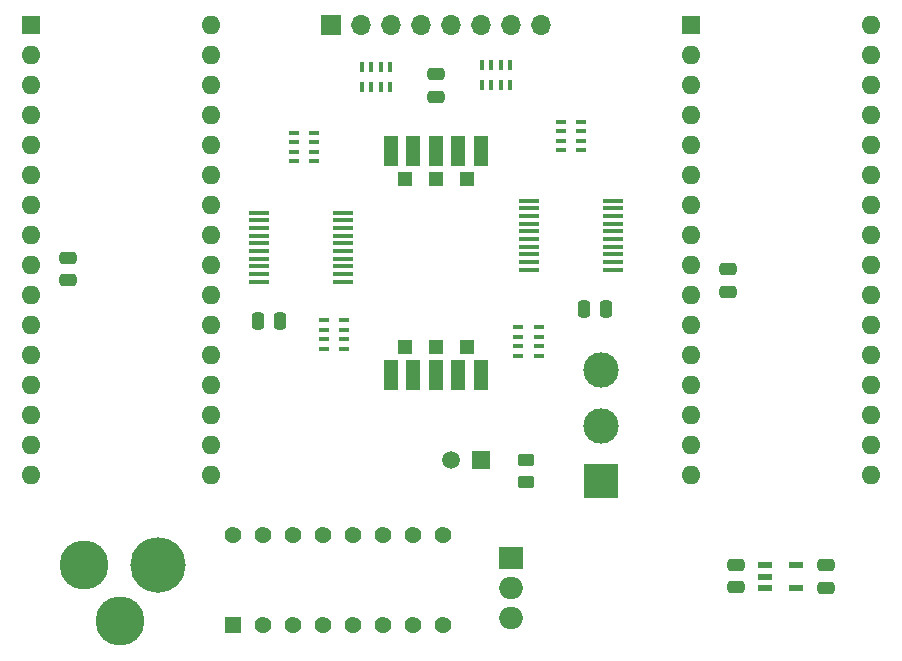
<source format=gts>
%TF.GenerationSoftware,KiCad,Pcbnew,8.0.7*%
%TF.CreationDate,2025-03-15T11:38:29+02:00*%
%TF.ProjectId,LCD 14 Segment Tester,4c434420-3134-4205-9365-676d656e7420,V1*%
%TF.SameCoordinates,Original*%
%TF.FileFunction,Soldermask,Top*%
%TF.FilePolarity,Negative*%
%FSLAX46Y46*%
G04 Gerber Fmt 4.6, Leading zero omitted, Abs format (unit mm)*
G04 Created by KiCad (PCBNEW 8.0.7) date 2025-03-15 11:38:29*
%MOMM*%
%LPD*%
G01*
G04 APERTURE LIST*
G04 Aperture macros list*
%AMRoundRect*
0 Rectangle with rounded corners*
0 $1 Rounding radius*
0 $2 $3 $4 $5 $6 $7 $8 $9 X,Y pos of 4 corners*
0 Add a 4 corners polygon primitive as box body*
4,1,4,$2,$3,$4,$5,$6,$7,$8,$9,$2,$3,0*
0 Add four circle primitives for the rounded corners*
1,1,$1+$1,$2,$3*
1,1,$1+$1,$4,$5*
1,1,$1+$1,$6,$7*
1,1,$1+$1,$8,$9*
0 Add four rect primitives between the rounded corners*
20,1,$1+$1,$2,$3,$4,$5,0*
20,1,$1+$1,$4,$5,$6,$7,0*
20,1,$1+$1,$6,$7,$8,$9,0*
20,1,$1+$1,$8,$9,$2,$3,0*%
G04 Aperture macros list end*
%ADD10R,2.000000X1.905000*%
%ADD11O,2.000000X1.905000*%
%ADD12R,0.900000X0.450000*%
%ADD13R,3.000000X3.000000*%
%ADD14C,3.000000*%
%ADD15R,0.450000X0.900000*%
%ADD16RoundRect,0.250000X-0.475000X0.250000X-0.475000X-0.250000X0.475000X-0.250000X0.475000X0.250000X0*%
%ADD17RoundRect,0.250000X0.450000X-0.262500X0.450000X0.262500X-0.450000X0.262500X-0.450000X-0.262500X0*%
%ADD18C,4.700000*%
%ADD19C,4.150000*%
%ADD20RoundRect,0.250000X0.475000X-0.250000X0.475000X0.250000X-0.475000X0.250000X-0.475000X-0.250000X0*%
%ADD21R,1.150000X0.600000*%
%ADD22R,1.425000X1.425000*%
%ADD23C,1.425000*%
%ADD24RoundRect,0.250000X0.250000X0.475000X-0.250000X0.475000X-0.250000X-0.475000X0.250000X-0.475000X0*%
%ADD25R,1.800000X0.450000*%
%ADD26R,1.200000X2.500000*%
%ADD27R,1.300000X1.300000*%
%ADD28R,1.500000X1.500000*%
%ADD29C,1.500000*%
%ADD30R,1.700000X1.700000*%
%ADD31O,1.700000X1.700000*%
%ADD32R,1.600000X1.600000*%
%ADD33O,1.600000X1.600000*%
G04 APERTURE END LIST*
D10*
%TO.C,U1*%
X41910000Y3175000D03*
D11*
X41910000Y635000D03*
X41910000Y-1905000D03*
%TD*%
D12*
%TO.C,RN5*%
X46140000Y40081200D03*
X46140000Y39281200D03*
X46140000Y38481200D03*
X46140000Y37681200D03*
X47840000Y37681200D03*
X47840000Y38481200D03*
X47840000Y39281200D03*
X47840000Y40081200D03*
%TD*%
%TO.C,RN7*%
X27774000Y20878800D03*
X27774000Y21678800D03*
X27774000Y22478800D03*
X27774000Y23278800D03*
X26074000Y23278800D03*
X26074000Y22478800D03*
X26074000Y21678800D03*
X26074000Y20878800D03*
%TD*%
D13*
%TO.C,S1*%
X49530000Y9652000D03*
D14*
X49530000Y14351000D03*
X49530000Y19050000D03*
%TD*%
D15*
%TO.C,RN2*%
X31680000Y44694000D03*
X30880000Y44694000D03*
X30080000Y44694000D03*
X29280000Y44694000D03*
X29280000Y42994000D03*
X30080000Y42994000D03*
X30880000Y42994000D03*
X31680000Y42994000D03*
%TD*%
D16*
%TO.C,C5*%
X35560000Y44114000D03*
X35560000Y42214000D03*
%TD*%
D17*
%TO.C,R2*%
X43180000Y9605000D03*
X43180000Y11430000D03*
%TD*%
D18*
%TO.C,J4*%
X11988799Y2540000D03*
D19*
X8788800Y-2160000D03*
X5788799Y2540000D03*
%TD*%
D20*
%TO.C,C6*%
X61002000Y661000D03*
X61002000Y2561000D03*
%TD*%
D16*
%TO.C,C26*%
X60325000Y27604000D03*
X60325000Y25704000D03*
%TD*%
D21*
%TO.C,IC10*%
X63440000Y2535000D03*
X63440000Y1585000D03*
X63440000Y635000D03*
X66040000Y635000D03*
X66040000Y2535000D03*
%TD*%
D22*
%TO.C,S2*%
X18415000Y-2540000D03*
D23*
X20955000Y-2540000D03*
X23495000Y-2540000D03*
X26035000Y-2540000D03*
X28575000Y-2540000D03*
X31115000Y-2540000D03*
X33655000Y-2540000D03*
X36195000Y-2540000D03*
X36195000Y5080000D03*
X33655000Y5080000D03*
X31115000Y5080000D03*
X28575000Y5080000D03*
X26035000Y5080000D03*
X23495000Y5080000D03*
X20955000Y5080000D03*
X18415000Y5080000D03*
%TD*%
D16*
%TO.C,C28*%
X4445000Y28570000D03*
X4445000Y26670000D03*
%TD*%
D24*
%TO.C,C29*%
X22397000Y23241000D03*
X20497000Y23241000D03*
%TD*%
D16*
%TO.C,C7*%
X68622000Y2529000D03*
X68622000Y629000D03*
%TD*%
D25*
%TO.C,IC22*%
X43440000Y33405000D03*
X43440000Y32755000D03*
X43439999Y32105000D03*
X43440000Y31455000D03*
X43440000Y30805000D03*
X43440000Y30155000D03*
X43440000Y29505000D03*
X43439999Y28855000D03*
X43440000Y28205000D03*
X43440000Y27555000D03*
X50540000Y27555000D03*
X50540000Y28205000D03*
X50540001Y28855000D03*
X50540000Y29505000D03*
X50540000Y30155000D03*
X50540000Y30805000D03*
X50540000Y31455000D03*
X50540001Y32105000D03*
X50540000Y32755000D03*
X50540000Y33405000D03*
%TD*%
D12*
%TO.C,RN6*%
X42545000Y22682200D03*
X42545000Y21882200D03*
X42545000Y21082200D03*
X42545000Y20282200D03*
X44245000Y20282200D03*
X44245000Y21082200D03*
X44245000Y21882200D03*
X44245000Y22682200D03*
%TD*%
D24*
%TO.C,C27*%
X49956000Y24257000D03*
X48056000Y24257000D03*
%TD*%
D12*
%TO.C,RN16*%
X25234000Y36753800D03*
X25234000Y37553800D03*
X25234000Y38353800D03*
X25234000Y39153800D03*
X23534000Y39153800D03*
X23534000Y38353800D03*
X23534000Y37553800D03*
X23534000Y36753800D03*
%TD*%
D26*
%TO.C,DS6*%
X31760000Y18629000D03*
X33660000Y18629000D03*
X35560000Y18629000D03*
X37460000Y18629000D03*
X39360000Y18629000D03*
D27*
X38160000Y21029000D03*
X35560000Y21029000D03*
X32960000Y21029000D03*
X32960000Y35229000D03*
X35560000Y35229000D03*
X38160000Y35229000D03*
D26*
X39360000Y37629000D03*
X37460000Y37629000D03*
X35560000Y37629000D03*
X33660000Y37629000D03*
X31760000Y37629000D03*
%TD*%
D28*
%TO.C,LED1*%
X39370000Y11430000D03*
D29*
X36830000Y11430000D03*
%TD*%
D30*
%TO.C,J2*%
X26670000Y48260000D03*
D31*
X29210000Y48260000D03*
X31749999Y48260000D03*
X34290000Y48260000D03*
X36830000Y48260000D03*
X39370000Y48260000D03*
X41910000Y48260000D03*
X44450001Y48260000D03*
%TD*%
D15*
%TO.C,RN1*%
X41840000Y44880000D03*
X41040000Y44880000D03*
X40240000Y44880000D03*
X39440000Y44880000D03*
X39440000Y43180000D03*
X40240000Y43180000D03*
X41040000Y43180000D03*
X41840000Y43180000D03*
%TD*%
D25*
%TO.C,IC24*%
X27680000Y26539000D03*
X27680000Y27189000D03*
X27680001Y27839000D03*
X27680000Y28489000D03*
X27680000Y29139000D03*
X27680000Y29789000D03*
X27680000Y30439000D03*
X27680001Y31089000D03*
X27680000Y31739000D03*
X27680000Y32389000D03*
X20580000Y32389000D03*
X20580000Y31739000D03*
X20579999Y31089000D03*
X20580000Y30439000D03*
X20580000Y29789000D03*
X20580000Y29139000D03*
X20580000Y28489000D03*
X20579999Y27839000D03*
X20580000Y27189000D03*
X20580000Y26539000D03*
%TD*%
D32*
%TO.C,IC21*%
X57150000Y48260000D03*
D33*
X57150000Y45720000D03*
X57150000Y43180000D03*
X57150000Y40640000D03*
X57150000Y38100000D03*
X57150000Y35560000D03*
X57150000Y33020000D03*
X57150000Y30480000D03*
X57150000Y27940000D03*
X57150000Y25400000D03*
X57150000Y22860000D03*
X57150000Y20320000D03*
X57150000Y17780000D03*
X57150000Y15240000D03*
X57150000Y12700000D03*
X57150000Y10160000D03*
X72390000Y10160000D03*
X72390000Y12700000D03*
X72390000Y15240000D03*
X72390000Y17780000D03*
X72390000Y20320000D03*
X72390000Y22860000D03*
X72390000Y25400000D03*
X72390000Y27940000D03*
X72390000Y30480000D03*
X72390000Y33020000D03*
X72390000Y35560000D03*
X72390000Y38100000D03*
X72390000Y40640000D03*
X72390000Y43180000D03*
X72390000Y45720000D03*
X72390000Y48260000D03*
%TD*%
D32*
%TO.C,IC23*%
X1270000Y48260000D03*
D33*
X1270000Y45720000D03*
X1270000Y43180000D03*
X1270000Y40640000D03*
X1270000Y38100000D03*
X1270000Y35560000D03*
X1270000Y33020000D03*
X1270000Y30480000D03*
X1270000Y27940000D03*
X1270000Y25400000D03*
X1270000Y22860000D03*
X1270000Y20320000D03*
X1270000Y17780000D03*
X1270000Y15240000D03*
X1270000Y12700000D03*
X1270000Y10160000D03*
X16510000Y10160000D03*
X16510000Y12700000D03*
X16510000Y15240000D03*
X16510000Y17780000D03*
X16510000Y20320000D03*
X16510000Y22860000D03*
X16510000Y25400000D03*
X16510000Y27940000D03*
X16510000Y30480000D03*
X16510000Y33020000D03*
X16510000Y35560000D03*
X16510000Y38100000D03*
X16510000Y40640000D03*
X16510000Y43180000D03*
X16510000Y45720000D03*
X16510000Y48260000D03*
%TD*%
M02*

</source>
